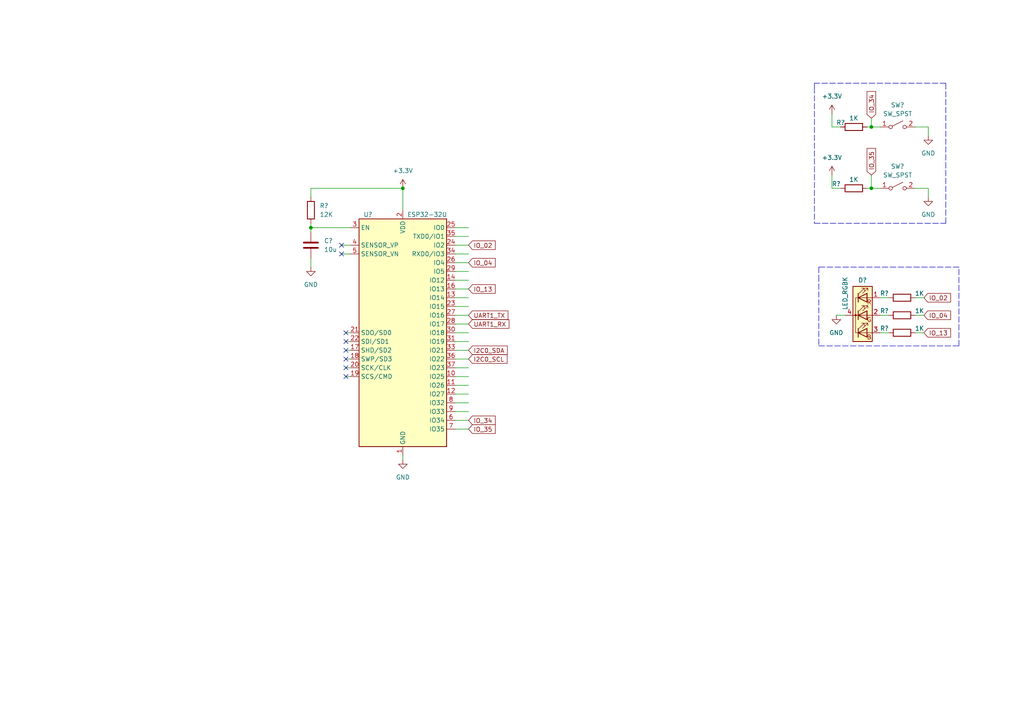
<source format=kicad_sch>
(kicad_sch (version 20211123) (generator eeschema)
  (paper "A4")
  (lib_symbols
    (symbol "Device:C" (pin_numbers hide) (pin_names (offset 0.254))
      (property "Reference" "C" (at 0.635 2.54 0))
      (property "Value" "C" (at 0.635 -2.54 0))
      (symbol "C_0_1"
        (polyline (pts (xy -2.032 -0.762) (xy 2.032 -0.762)) (stroke (width 0.508)))
        (polyline (pts (xy -2.032 0.762) (xy 2.032 0.762)) (stroke (width 0.508)))
      )
      (symbol "C_1_1"
        (pin passive line (at 0 3.81 270) (length 2.794) (name "~") (number "1"))
        (pin passive line (at 0 -3.81 90) (length 2.794) (name "~") (number "2"))
      )
    )
    (symbol "Device:LED_RGBK" (pin_names (offset 0) hide)
      (property "Reference" "D" (at 0 9.398 0))
      (property "Value" "LED_RGBK" (at 0 -8.89 0))
      (symbol "LED_RGBK_0_0"
        (text "B" (at 1.905 -6.35 0) (effects (font (size 1.27 1.27))))
        (text "G" (at 1.905 -1.27 0) (effects (font (size 1.27 1.27))))
        (text "R" (at 1.905 3.81 0) (effects (font (size 1.27 1.27))))
      )
      (symbol "LED_RGBK_0_1"
        (circle (center -2.032 0) (radius 0.254) (fill (type outline)))
        (polyline (pts (xy -1.27 -5.08) (xy 1.27 -5.08)))
        (polyline (pts (xy -1.27 -3.81) (xy -1.27 -6.35)) (stroke (width 0.254)))
        (polyline (pts (xy -1.27 0) (xy -2.54 0)))
        (polyline (pts (xy -1.27 1.27) (xy -1.27 -1.27)) (stroke (width 0.254)))
        (polyline (pts (xy -1.27 5.08) (xy 1.27 5.08)))
        (polyline (pts (xy -1.27 6.35) (xy -1.27 3.81)) (stroke (width 0.254)))
        (polyline (pts (xy 1.27 -5.08) (xy 2.54 -5.08)))
        (polyline (pts (xy 1.27 0) (xy -1.27 0)))
        (polyline (pts (xy 1.27 0) (xy 2.54 0)))
        (polyline (pts (xy 1.27 5.08) (xy 2.54 5.08)))
        (polyline (pts (xy -1.27 1.27) (xy -1.27 -1.27) (xy -1.27 -1.27)))
        (polyline (pts (xy -1.27 6.35) (xy -1.27 3.81) (xy -1.27 3.81)))
        (polyline (pts (xy -1.27 5.08) (xy -2.032 5.08) (xy -2.032 -5.08) (xy -1.016 -5.08)))
        (polyline (pts (xy 1.27 -3.81) (xy 1.27 -6.35) (xy -1.27 -5.08) (xy 1.27 -3.81)) (stroke (width 0.254)))
        (polyline (pts (xy 1.27 1.27) (xy 1.27 -1.27) (xy -1.27 0) (xy 1.27 1.27)) (stroke (width 0.254)))
        (polyline (pts (xy 1.27 6.35) (xy 1.27 3.81) (xy -1.27 5.08) (xy 1.27 6.35)) (stroke (width 0.254)))
        (polyline (pts (xy -1.016 -3.81) (xy 0.508 -2.286) (xy -0.254 -2.286) (xy 0.508 -2.286) (xy 0.508 -3.048)))
        (polyline (pts (xy -1.016 1.27) (xy 0.508 2.794) (xy -0.254 2.794) (xy 0.508 2.794) (xy 0.508 2.032)))
        (polyline (pts (xy -1.016 6.35) (xy 0.508 7.874) (xy -0.254 7.874) (xy 0.508 7.874) (xy 0.508 7.112)))
        (polyline (pts (xy 0 -3.81) (xy 1.524 -2.286) (xy 0.762 -2.286) (xy 1.524 -2.286) (xy 1.524 -3.048)))
        (polyline (pts (xy 0 1.27) (xy 1.524 2.794) (xy 0.762 2.794) (xy 1.524 2.794) (xy 1.524 2.032)))
        (polyline (pts (xy 0 6.35) (xy 1.524 7.874) (xy 0.762 7.874) (xy 1.524 7.874) (xy 1.524 7.112)))
        (rectangle (start 1.27 -1.27) (end 1.27 1.27))
        (rectangle (start 1.27 1.27) (end 1.27 1.27))
        (rectangle (start 1.27 3.81) (end 1.27 6.35))
        (rectangle (start 1.27 6.35) (end 1.27 6.35))
        (rectangle (start 2.794 8.382) (end -2.794 -7.62) (stroke (width 0.254)) (fill (type background)))
      )
      (symbol "LED_RGBK_1_1"
        (pin passive line (at 5.08 5.08 180) (length 2.54) (name "RA") (number "1"))
        (pin passive line (at 5.08 0 180) (length 2.54) (name "GA") (number "2"))
        (pin passive line (at 5.08 -5.08 180) (length 2.54) (name "BA") (number "3"))
        (pin passive line (at -5.08 0 0) (length 2.54) (name "K") (number "4"))
      )
    )
    (symbol "Device:R" (pin_numbers hide) (pin_names (offset 0))
      (property "Reference" "R" (at 2.032 0 90))
      (property "Value" "R" (at 0 0 90))
      (symbol "R_0_1"
        (rectangle (start -1.016 -2.54) (end 1.016 2.54) (stroke (width 0.254)))
      )
      (symbol "R_1_1"
        (pin passive line (at 0 3.81 270) (length 1.27) (name "~") (number "1"))
        (pin passive line (at 0 -3.81 90) (length 1.27) (name "~") (number "2"))
      )
    )
    (symbol "RF_Module:ESP32-WROOM-32U"
      (property "Reference" "U" (at -12.7 34.29 0))
      (property "Value" "ESP32-WROOM-32U" (at 1.27 34.29 0))
      (symbol "ESP32-WROOM-32U_0_1"
        (rectangle (start -12.7 33.02) (end 12.7 -33.02) (stroke (width 0.254)) (fill (type background)))
      )
      (symbol "ESP32-WROOM-32U_1_1"
        (pin power_in line (at 0 -35.56 90) (length 2.54) (name "GND") (number "1"))
        (pin bidirectional line (at 15.24 -12.7 180) (length 2.54) (name "IO25") (number "10"))
        (pin bidirectional line (at 15.24 -15.24 180) (length 2.54) (name "IO26") (number "11"))
        (pin bidirectional line (at 15.24 -17.78 180) (length 2.54) (name "IO27") (number "12"))
        (pin bidirectional line (at 15.24 10.16 180) (length 2.54) (name "IO14") (number "13"))
        (pin bidirectional line (at 15.24 15.24 180) (length 2.54) (name "IO12") (number "14"))
        (pin passive line (at 0 -35.56 90) (length 2.54) hide (name "GND") (number "15"))
        (pin bidirectional line (at 15.24 12.7 180) (length 2.54) (name "IO13") (number "16"))
        (pin bidirectional line (at -15.24 -5.08 0) (length 2.54) (name "SHD/SD2") (number "17"))
        (pin bidirectional line (at -15.24 -7.62 0) (length 2.54) (name "SWP/SD3") (number "18"))
        (pin bidirectional line (at -15.24 -12.7 0) (length 2.54) (name "SCS/CMD") (number "19"))
        (pin power_in line (at 0 35.56 270) (length 2.54) (name "VDD") (number "2"))
        (pin bidirectional line (at -15.24 -10.16 0) (length 2.54) (name "SCK/CLK") (number "20"))
        (pin bidirectional line (at -15.24 0 0) (length 2.54) (name "SDO/SD0") (number "21"))
        (pin bidirectional line (at -15.24 -2.54 0) (length 2.54) (name "SDI/SD1") (number "22"))
        (pin bidirectional line (at 15.24 7.62 180) (length 2.54) (name "IO15") (number "23"))
        (pin bidirectional line (at 15.24 25.4 180) (length 2.54) (name "IO2") (number "24"))
        (pin bidirectional line (at 15.24 30.48 180) (length 2.54) (name "IO0") (number "25"))
        (pin bidirectional line (at 15.24 20.32 180) (length 2.54) (name "IO4") (number "26"))
        (pin bidirectional line (at 15.24 5.08 180) (length 2.54) (name "IO16") (number "27"))
        (pin bidirectional line (at 15.24 2.54 180) (length 2.54) (name "IO17") (number "28"))
        (pin bidirectional line (at 15.24 17.78 180) (length 2.54) (name "IO5") (number "29"))
        (pin input line (at -15.24 30.48 0) (length 2.54) (name "EN") (number "3"))
        (pin bidirectional line (at 15.24 0 180) (length 2.54) (name "IO18") (number "30"))
        (pin bidirectional line (at 15.24 -2.54 180) (length 2.54) (name "IO19") (number "31"))
        (pin no_connect line (at -12.7 -27.94 0) (length 2.54) hide (name "NC") (number "32"))
        (pin bidirectional line (at 15.24 -5.08 180) (length 2.54) (name "IO21") (number "33"))
        (pin bidirectional line (at 15.24 22.86 180) (length 2.54) (name "RXD0/IO3") (number "34"))
        (pin bidirectional line (at 15.24 27.94 180) (length 2.54) (name "TXD0/IO1") (number "35"))
        (pin bidirectional line (at 15.24 -7.62 180) (length 2.54) (name "IO22") (number "36"))
        (pin bidirectional line (at 15.24 -10.16 180) (length 2.54) (name "IO23") (number "37"))
        (pin passive line (at 0 -35.56 90) (length 2.54) hide (name "GND") (number "38"))
        (pin passive line (at 0 -35.56 90) (length 2.54) hide (name "GND") (number "39"))
        (pin input line (at -15.24 25.4 0) (length 2.54) (name "SENSOR_VP") (number "4"))
        (pin input line (at -15.24 22.86 0) (length 2.54) (name "SENSOR_VN") (number "5"))
        (pin input line (at 15.24 -25.4 180) (length 2.54) (name "IO34") (number "6"))
        (pin input line (at 15.24 -27.94 180) (length 2.54) (name "IO35") (number "7"))
        (pin bidirectional line (at 15.24 -20.32 180) (length 2.54) (name "IO32") (number "8"))
        (pin bidirectional line (at 15.24 -22.86 180) (length 2.54) (name "IO33") (number "9"))
      )
    )
    (symbol "Switch:SW_SPST" (pin_names (offset 0) hide)
      (property "Reference" "SW" (at 0 3.175 0))
      (property "Value" "SW_SPST" (at 0 -2.54 0))
      (symbol "SW_SPST_0_0"
        (circle (center -2.032 0) (radius 0.508))
        (polyline (pts (xy -1.524 0.254) (xy 1.524 1.778)))
        (circle (center 2.032 0) (radius 0.508))
      )
      (symbol "SW_SPST_1_1"
        (pin passive line (at -5.08 0 0) (length 2.54) (name "A") (number "1"))
        (pin passive line (at 5.08 0 180) (length 2.54) (name "B") (number "2"))
      )
    )
    (symbol "power:+3.3V" (power) (pin_names (offset 0))
      (property "Value" "+3.3V" (at 0 3.556 0))
      (symbol "+3.3V_0_1"
        (polyline (pts (xy -0.762 1.27) (xy 0 2.54)))
        (polyline (pts (xy 0 0) (xy 0 2.54)))
        (polyline (pts (xy 0 2.54) (xy 0.762 1.27)))
      )
      (symbol "+3.3V_1_1"
        (pin power_in line (at 0 0 90) (length 0) hide (name "+3.3V") (number "1"))
      )
    )
    (symbol "power:GND" (power) (pin_names (offset 0))
      (property "Value" "GND" (at 0 -3.81 0))
      (symbol "GND_0_1"
        (polyline (pts (xy 0 0) (xy 0 -1.27) (xy 1.27 -1.27) (xy 0 -2.54) (xy -1.27 -1.27) (xy 0 -1.27)))
      )
      (symbol "GND_1_1"
        (pin power_in line (at 0 0 270) (length 0) hide (name "GND") (number "1"))
      )
    )
  )
  (junction (at 252.73 54.61))
  (junction (at 252.73 36.83))
  (junction (at 116.84 54.61))
  (junction (at 90.17 66.04))
  (no_connect (at 100.33 99.06))
  (no_connect (at 100.33 101.6))
  (no_connect (at 100.33 104.14))
  (no_connect (at 100.33 106.68))
  (no_connect (at 100.33 109.22))
  (no_connect (at 100.33 96.52))
  (no_connect (at 99.06 73.66))
  (no_connect (at 99.06 71.12))
  (polyline (pts (xy 237.49 100.33) (xy 278.13 100.33)))
  (wire (pts (xy 252.73 54.61) (xy 255.27 54.61)))
  (polyline (pts (xy 236.22 64.77) (xy 274.32 64.77)))
  (wire (pts (xy 132.08 104.14) (xy 135.89 104.14)))
  (wire (pts (xy 241.3 36.83) (xy 243.84 36.83)))
  (wire (pts (xy 252.73 36.83) (xy 255.27 36.83)))
  (wire (pts (xy 132.08 66.04) (xy 135.89 66.04)))
  (wire (pts (xy 132.08 83.82) (xy 135.89 83.82)))
  (wire (pts (xy 132.08 106.68) (xy 135.89 106.68)))
  (wire (pts (xy 255.27 86.36) (xy 257.81 86.36)))
  (wire (pts (xy 100.33 106.68) (xy 101.6 106.68)))
  (wire (pts (xy 99.06 73.66) (xy 101.6 73.66)))
  (polyline (pts (xy 278.13 77.47) (xy 237.49 77.47)))
  (wire (pts (xy 241.3 33.02) (xy 241.3 36.83)))
  (wire (pts (xy 90.17 66.04) (xy 101.6 66.04)))
  (wire (pts (xy 90.17 54.61) (xy 116.84 54.61)))
  (wire (pts (xy 265.43 86.36) (xy 267.97 86.36)))
  (wire (pts (xy 132.08 78.74) (xy 135.89 78.74)))
  (wire (pts (xy 251.46 36.83) (xy 252.73 36.83)))
  (wire (pts (xy 265.43 54.61) (xy 269.24 54.61)))
  (wire (pts (xy 269.24 54.61) (xy 269.24 57.15)))
  (wire (pts (xy 241.3 50.8) (xy 241.3 54.61)))
  (polyline (pts (xy 274.32 24.13) (xy 236.22 24.13)))
  (wire (pts (xy 132.08 91.44) (xy 135.89 91.44)))
  (wire (pts (xy 255.27 91.44) (xy 257.81 91.44)))
  (wire (pts (xy 132.08 109.22) (xy 135.89 109.22)))
  (wire (pts (xy 241.3 54.61) (xy 243.84 54.61)))
  (wire (pts (xy 132.08 116.84) (xy 135.89 116.84)))
  (polyline (pts (xy 236.22 25.4) (xy 236.22 64.77)))
  (polyline (pts (xy 236.22 24.13) (xy 236.22 25.4)))
  (wire (pts (xy 90.17 57.15) (xy 90.17 54.61)))
  (wire (pts (xy 132.08 111.76) (xy 135.89 111.76)))
  (wire (pts (xy 132.08 88.9) (xy 135.89 88.9)))
  (wire (pts (xy 132.08 76.2) (xy 135.89 76.2)))
  (wire (pts (xy 132.08 96.52) (xy 135.89 96.52)))
  (wire (pts (xy 100.33 101.6) (xy 101.6 101.6)))
  (wire (pts (xy 90.17 74.93) (xy 90.17 77.47)))
  (wire (pts (xy 252.73 34.29) (xy 252.73 36.83)))
  (polyline (pts (xy 237.49 80.01) (xy 237.49 100.33)))
  (wire (pts (xy 132.08 119.38) (xy 135.89 119.38)))
  (wire (pts (xy 100.33 99.06) (xy 101.6 99.06)))
  (wire (pts (xy 269.24 36.83) (xy 269.24 39.37)))
  (wire (pts (xy 132.08 99.06) (xy 135.89 99.06)))
  (wire (pts (xy 132.08 73.66) (xy 135.89 73.66)))
  (polyline (pts (xy 278.13 100.33) (xy 278.13 77.47)))
  (wire (pts (xy 90.17 64.77) (xy 90.17 66.04)))
  (wire (pts (xy 265.43 91.44) (xy 267.97 91.44)))
  (wire (pts (xy 255.27 96.52) (xy 257.81 96.52)))
  (wire (pts (xy 116.84 54.61) (xy 116.84 60.96)))
  (wire (pts (xy 132.08 93.98) (xy 135.89 93.98)))
  (wire (pts (xy 116.84 132.08) (xy 116.84 133.35)))
  (wire (pts (xy 99.06 71.12) (xy 101.6 71.12)))
  (wire (pts (xy 90.17 66.04) (xy 90.17 67.31)))
  (wire (pts (xy 242.57 91.44) (xy 245.11 91.44)))
  (wire (pts (xy 132.08 101.6) (xy 135.89 101.6)))
  (wire (pts (xy 265.43 36.83) (xy 269.24 36.83)))
  (polyline (pts (xy 274.32 64.77) (xy 274.32 24.13)))
  (wire (pts (xy 132.08 86.36) (xy 135.89 86.36)))
  (wire (pts (xy 265.43 96.52) (xy 267.97 96.52)))
  (wire (pts (xy 132.08 68.58) (xy 135.89 68.58)))
  (wire (pts (xy 252.73 50.8) (xy 252.73 54.61)))
  (wire (pts (xy 100.33 104.14) (xy 101.6 104.14)))
  (wire (pts (xy 100.33 96.52) (xy 101.6 96.52)))
  (wire (pts (xy 251.46 54.61) (xy 252.73 54.61)))
  (polyline (pts (xy 237.49 77.47) (xy 237.49 80.01)))
  (wire (pts (xy 132.08 71.12) (xy 135.89 71.12)))
  (wire (pts (xy 132.08 124.46) (xy 135.89 124.46)))
  (wire (pts (xy 132.08 114.3) (xy 135.89 114.3)))
  (wire (pts (xy 132.08 121.92) (xy 135.89 121.92)))
  (wire (pts (xy 132.08 81.28) (xy 135.89 81.28)))
  (wire (pts (xy 100.33 109.22) (xy 101.6 109.22)))
  (global_label "IO_02" (shape input) (at 267.97 86.36 0) (property "Intersheet References" "${INTERSHEET_REFS}" (effects hide)))
  (global_label "IO_34" (shape input) (at 252.73 34.29 90) (property "Intersheet References" "${INTERSHEET_REFS}" (effects hide)))
  (global_label "UART1_RX" (shape input) (at 135.89 93.98 0) (property "Intersheet References" "${INTERSHEET_REFS}" (effects hide)))
  (global_label "IO_35" (shape input) (at 252.73 50.8 90) (property "Intersheet References" "${INTERSHEET_REFS}" (effects hide)))
  (global_label "IO_13" (shape input) (at 267.97 96.52 0) (property "Intersheet References" "${INTERSHEET_REFS}" (effects hide)))
  (global_label "UART1_TX" (shape input) (at 135.89 91.44 0) (property "Intersheet References" "${INTERSHEET_REFS}" (effects hide)))
  (global_label "I2C0_SDA" (shape input) (at 135.89 101.6 0) (property "Intersheet References" "${INTERSHEET_REFS}" (effects hide)))
  (global_label "IO_35" (shape input) (at 135.89 124.46 0) (property "Intersheet References" "${INTERSHEET_REFS}" (effects hide)))
  (global_label "IO_13" (shape input) (at 135.89 83.82 0) (property "Intersheet References" "${INTERSHEET_REFS}" (effects hide)))
  (global_label "IO_04" (shape input) (at 267.97 91.44 0) (property "Intersheet References" "${INTERSHEET_REFS}" (effects hide)))
  (global_label "IO_34" (shape input) (at 135.89 121.92 0) (property "Intersheet References" "${INTERSHEET_REFS}" (effects hide)))
  (global_label "IO_02" (shape input) (at 135.89 71.12 0) (property "Intersheet References" "${INTERSHEET_REFS}" (effects hide)))
  (global_label "I2C0_SCL" (shape input) (at 135.89 104.14 0) (property "Intersheet References" "${INTERSHEET_REFS}" (effects hide)))
  (global_label "IO_04" (shape input) (at 135.89 76.2 0) (property "Intersheet References" "${INTERSHEET_REFS}" (effects hide)))
  (symbol (lib_id "power:GND") (at 269.24 57.15 0) (unit 1)
    (property "Reference" "#PWR?" (effects hide))
    (property "Value" "GND" (at 269.24 62.23 0))
  )
  (symbol (lib_id "power:+3.3V") (at 116.84 54.61 0) (unit 1)
    (property "Reference" "#PWR?" (effects hide))
    (property "Value" "+3.3V" (at 116.84 49.53 0))
  )
  (symbol (lib_id "RF_Module:ESP32-WROOM-32U") (at 116.84 96.52 0) (unit 1)
    (property "Reference" "U?" (at 105.41 62.23 0) (effects (justify left)))
    (property "Value" "ESP32-32U" (at 118.11 62.23 0) (effects (justify left)))
    (property "Footprint" "RF_Module:ESP32-WROOM-32U" (effects hide))
    (property "Datasheet" "https://www.espressif.com/sites/default/files/documentation/esp32-wroom-32d_esp32-wroom-32u_datasheet_en.pdf" (effects hide))
  )
  (symbol (lib_id "power:+3.3V") (at 241.3 33.02 0) (unit 1)
    (property "Reference" "#PWR?" (effects hide))
    (property "Value" "+3.3V" (at 241.3 27.94 0))
  )
  (symbol (lib_id "power:+3.3V") (at 241.3 50.8 0) (unit 1)
    (property "Reference" "#PWR?" (effects hide))
    (property "Value" "+3.3V" (at 241.3 45.72 0))
  )
  (symbol (lib_id "power:GND") (at 116.84 133.35 0) (unit 1)
    (property "Reference" "#PWR?" (effects hide))
    (property "Value" "GND" (at 116.84 138.43 0))
  )
  (symbol (lib_id "Device:R") (at 261.62 86.36 90) (unit 1)
    (property "Reference" "R?" (at 256.54 85.09 90))
    (property "Value" "1K" (at 266.7 85.09 90))
  )
  (symbol (lib_id "Switch:SW_SPST") (at 260.35 36.83 0) (unit 1)
    (property "Reference" "SW?" (at 260.35 30.48 0))
    (property "Value" "SW_SPST" (at 260.35 33.02 0))
  )
  (symbol (lib_id "Device:LED_RGBK") (at 250.19 91.44 0) (unit 1)
    (property "Reference" "D?" (at 250.19 81.28 0))
    (property "Value" "LED_RGBK" (at 245.11 85.09 90))
  )
  (symbol (lib_id "Device:R") (at 261.62 91.44 90) (unit 1)
    (property "Reference" "R?" (at 256.54 90.17 90))
    (property "Value" "1K" (at 266.7 90.17 90))
  )
  (symbol (lib_id "Device:R") (at 247.65 54.61 90) (unit 1)
    (property "Reference" "R?" (at 242.57 53.34 90))
    (property "Value" "1K" (at 247.65 52.07 90))
  )
  (symbol (lib_id "Switch:SW_SPST") (at 260.35 54.61 0) (unit 1)
    (property "Reference" "SW?" (at 260.35 48.26 0))
    (property "Value" "SW_SPST" (at 260.35 50.8 0))
  )
  (symbol (lib_id "power:GND") (at 90.17 77.47 0) (unit 1)
    (property "Reference" "#PWR?" (effects hide))
    (property "Value" "GND" (at 90.17 82.55 0))
  )
  (symbol (lib_id "power:GND") (at 269.24 39.37 0) (unit 1)
    (property "Reference" "#PWR?" (effects hide))
    (property "Value" "GND" (at 269.24 44.45 0))
  )
  (symbol (lib_id "power:GND") (at 242.57 91.44 0) (unit 1)
    (property "Reference" "#PWR?" (effects hide))
    (property "Value" "GND" (at 242.57 96.52 0))
  )
  (symbol (lib_id "Device:C") (at 90.17 71.12 0) (unit 1)
    (property "Reference" "C?" (at 93.98 69.8499 0) (effects (justify left)))
    (property "Value" "10u" (at 93.98 72.3899 0) (effects (justify left)))
  )
  (symbol (lib_id "Device:R") (at 261.62 96.52 90) (unit 1)
    (property "Reference" "R?" (at 256.54 95.25 90))
    (property "Value" "1K" (at 266.7 95.25 90))
  )
  (symbol (lib_id "Device:R") (at 247.65 36.83 90) (unit 1)
    (property "Reference" "R?" (at 243.84 35.56 90))
    (property "Value" "1K" (at 247.65 34.29 90))
  )
  (symbol (lib_id "Device:R") (at 90.17 60.96 0) (unit 1)
    (property "Reference" "R?" (at 92.71 59.6899 0) (effects (justify left)))
    (property "Value" "12K" (at 92.71 62.2299 0) (effects (justify left)))
  )
)
</source>
